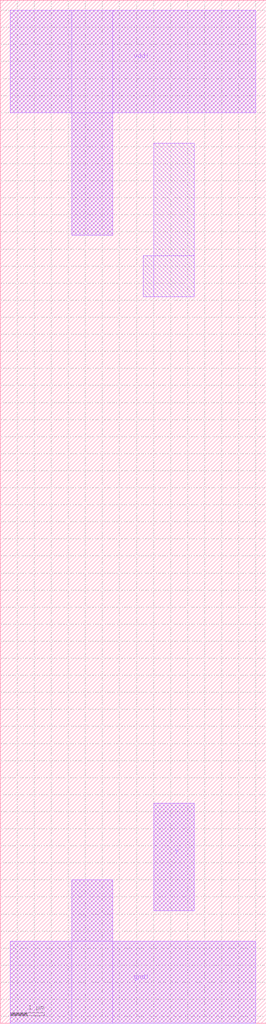
<source format=lef>
VERSION 5.6 ;
BUSBITCHARS "[]" ;
DIVIDERCHAR "/" ;

PROPERTYDEFINITIONS
  MACRO drcSignature INTEGER ;
END PROPERTYDEFINITIONS

MACRO TIELO
  CLASS CORE ;
  ORIGIN 1.5 1.2 ;
  FOREIGN TIELO -1.5 -1.2 ;
  SIZE 7.8 BY 30 ;
  SYMMETRY X Y ;
  SITE CoreSite ;
  PIN Y
    DIRECTION OUTPUT ;
    USE SIGNAL ;
    PORT
      LAYER metal1 ;
        RECT 3 2.1 4.2 5.25 ;
    END
  END Y
  PIN gnd!
    DIRECTION INOUT ;
    USE GROUND ;
    PORT
      LAYER metal1 ;
        RECT 0.6 -1.2 1.8 3 ;
        RECT -1.2 -1.2 6 1.2 ;
    END
  END gnd!
  PIN vdd!
    DIRECTION INOUT ;
    USE POWER ;
    PORT
      LAYER metal1 ;
        RECT 0.6 21.9 1.8 28.5 ;
        RECT -1.2 25.5 6 28.5 ;
    END
  END vdd!
  OBS
    LAYER metal1 ;
      RECT 2.7 20.1 4.2 21.3 ;
      RECT 3 20.1 4.2 24.6 ;
      RECT 3 2.1 4.2 5.25 ;
      RECT 0.6 21.9 1.8 28.5 ;
      RECT -1.2 25.5 6 28.5 ;
      RECT -1.2 -1.2 6 1.2 ;
      RECT 0.6 -1.2 1.8 3 ;
  END
  PROPERTY drcSignature 14016396 ;
END TIELO

END LIBRARY

</source>
